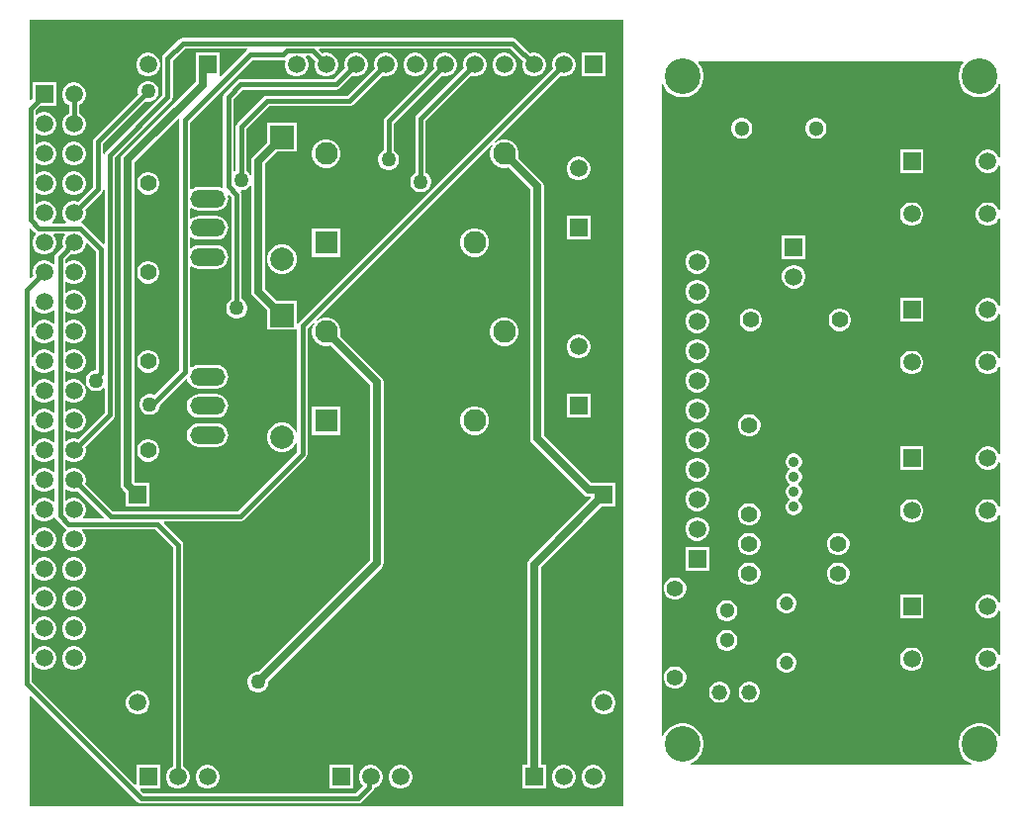
<source format=gtl>
%FSTAX23Y23*%
%MOIN*%
%SFA1B1*%

%IPPOS*%
%ADD37C,0.015000*%
%ADD38C,0.025000*%
%ADD39C,0.052000*%
%ADD40R,0.059370X0.059370*%
%ADD41C,0.059370*%
%ADD42C,0.035000*%
%ADD43C,0.051180*%
%ADD44C,0.059060*%
%ADD45R,0.059060X0.059060*%
%ADD46C,0.055120*%
%ADD47C,0.058980*%
%ADD48R,0.058980X0.058980*%
%ADD49C,0.047240*%
%ADD50C,0.120000*%
%ADD51R,0.078740X0.078740*%
%ADD52C,0.078740*%
%ADD53R,0.076770X0.076770*%
%ADD54C,0.076770*%
%ADD55R,0.059060X0.059060*%
%ADD56O,0.118110X0.059060*%
%ADD57C,0.050000*%
%LNmergepcb-1*%
%LPD*%
G36*
X0205Y00055D02*
X0005D01*
Y00427*
X00054Y00429*
X00413Y0007*
Y0007*
X00419Y00066*
X00426Y00065*
X01157*
X01164Y00066*
X0117Y0007*
X01205Y00105*
X01209Y00111*
X0121Y00116*
X01215Y00118*
X01224Y00123*
X01231Y0013*
X01236Y00139*
X01239Y00149*
Y0016*
X01236Y0017*
X01231Y00179*
X01224Y00186*
X01215Y00191*
X01205Y00194*
X01194*
X01184Y00191*
X01175Y00186*
X01168Y00179*
X01163Y0017*
X0116Y0016*
Y00149*
X01163Y00139*
X01168Y0013*
X01174Y00124*
X0115Y001*
X00433*
X00423Y0011*
X00425Y00115*
X00489*
Y00194*
X0041*
Y0013*
X00405Y00128*
X00057Y00476*
Y0054*
X00062Y0054*
X00063Y00539*
X00068Y0053*
X00075Y00523*
X00084Y00518*
X00094Y00515*
X00105*
X00115Y00518*
X00124Y00523*
X00131Y0053*
X00136Y00539*
X00139Y00549*
Y0056*
X00136Y0057*
X00131Y00579*
X00124Y00586*
X00115Y00591*
X00105Y00594*
X00094*
X00084Y00591*
X00075Y00586*
X00068Y00579*
X00063Y0057*
X00062Y00569*
X00057Y00569*
Y0064*
X00062Y0064*
X00063Y00639*
X00068Y0063*
X00075Y00623*
X00084Y00618*
X00094Y00615*
X00105*
X00115Y00618*
X00124Y00623*
X00131Y0063*
X00136Y00639*
X00139Y00649*
Y0066*
X00136Y0067*
X00131Y00679*
X00124Y00686*
X00115Y00691*
X00105Y00694*
X00094*
X00084Y00691*
X00075Y00686*
X00068Y00679*
X00063Y0067*
X00062Y00669*
X00057Y00669*
Y0074*
X00062Y0074*
X00063Y00739*
X00068Y0073*
X00075Y00723*
X00084Y00718*
X00094Y00715*
X00105*
X00115Y00718*
X00124Y00723*
X00131Y0073*
X00136Y00739*
X00139Y00749*
Y0076*
X00136Y0077*
X00131Y00779*
X00124Y00786*
X00115Y00791*
X00105Y00794*
X00094*
X00084Y00791*
X00075Y00786*
X00068Y00779*
X00063Y0077*
X00062Y00769*
X00057Y00769*
Y0084*
X00062Y0084*
X00063Y00839*
X00068Y0083*
X00075Y00823*
X00084Y00818*
X00094Y00815*
X00105*
X00115Y00818*
X00124Y00823*
X00131Y0083*
X00136Y00839*
X00139Y00849*
Y0086*
X00136Y0087*
X00131Y00879*
X00124Y00886*
X00115Y00891*
X00105Y00894*
X00094*
X00084Y00891*
X00075Y00886*
X00068Y00879*
X00063Y0087*
X00062Y00869*
X00057Y00869*
Y0094*
X00062Y0094*
X00063Y00939*
X00068Y0093*
X00075Y00923*
X00084Y00918*
X00094Y00915*
X00105*
X00115Y00918*
X00124Y00923*
X00131Y0093*
X00136Y00939*
X00139Y00949*
Y0096*
X00136Y0097*
X00131Y00979*
X00124Y00986*
X00115Y00991*
X00105Y00994*
X00094*
X00084Y00991*
X00075Y00986*
X00068Y00979*
X00063Y0097*
X00062Y00969*
X00057Y00969*
Y0104*
X00062Y0104*
X00063Y01039*
X00068Y0103*
X00075Y01023*
X00084Y01018*
X00094Y01015*
X00105*
X00115Y01018*
X00124Y01023*
X0013Y01029*
X00135Y01028*
X00139Y01022*
X00167Y00994*
X00173Y0099*
X00174Y00985*
X00168Y00979*
X00163Y0097*
X0016Y0096*
Y00949*
X00163Y00939*
X00168Y0093*
X00175Y00923*
X00184Y00918*
X00194Y00915*
X00205*
X00215Y00918*
X00224Y00923*
X00231Y0093*
X00236Y00939*
X00239Y00949*
Y0096*
X00236Y0097*
X00231Y00979*
X00226Y00984*
X00228Y00989*
X00472*
X00532Y00929*
Y0019*
X00525Y00186*
X00518Y00179*
X00513Y0017*
X0051Y0016*
Y00149*
X00513Y00139*
X00518Y0013*
X00525Y00123*
X00534Y00118*
X00544Y00115*
X00555*
X00565Y00118*
X00574Y00123*
X00581Y0013*
X00586Y00139*
X00589Y00149*
Y0016*
X00586Y0017*
X00581Y00179*
X00574Y00186*
X00567Y0019*
Y00937*
X00566Y00943*
X00562Y00949*
X00502Y01009*
X00504Y01014*
X00759*
X00765Y01015*
X00771Y01019*
X00981Y01229*
X00985Y01235*
X00986Y01242*
Y01666*
X01006Y01686*
X0101Y01683*
X01004Y01673*
X01001Y0166*
Y01648*
X01004Y01635*
X01011Y01624*
X0102Y01615*
X01031Y01609*
X01043Y01606*
X01056*
X01063Y01608*
X01197Y01475*
Y00884*
X00822Y0051*
X00815*
X00806Y00507*
X00798Y00503*
X00791Y00496*
X00787Y00488*
X00785Y00479*
Y0047*
X00787Y00461*
X00791Y00453*
X00798Y00446*
X00806Y00442*
X00815Y0044*
X00824*
X00833Y00442*
X00841Y00446*
X00848Y00453*
X00852Y00461*
X00855Y0047*
Y00477*
X01236Y00858*
X01241Y00866*
X01242Y00875*
Y01484*
X01241Y01493*
X01236Y015*
X01096Y0164*
X01098Y01648*
Y0166*
X01095Y01673*
X01088Y01684*
X01079Y01693*
X01068Y01699*
X01056Y01702*
X01043*
X01031Y01699*
X01021Y01693*
X01018Y01697*
X01606Y02286*
X0161Y02283*
X01604Y02273*
X01601Y0226*
Y02248*
X01604Y02235*
X01611Y02224*
X0162Y02215*
X01631Y02209*
X01643Y02206*
X01656*
X01663Y02208*
X01737Y02135*
Y01295*
X01738Y01286*
X01743Y01278*
X01916Y01105*
X01924Y011*
X01932Y01099*
X01939*
X01941Y01094*
X01733Y00886*
X01728Y00878*
X01727Y0087*
Y00194*
X0171*
Y00115*
X01789*
Y00194*
X01772*
Y0086*
X01977Y01065*
X02024*
Y01144*
X0197*
X01967Y01144*
X01942*
X01782Y01304*
Y02144*
X01781Y02153*
X01776Y0216*
X01696Y0224*
X01698Y02248*
Y0226*
X01695Y02273*
X01688Y02284*
X01679Y02293*
X01668Y02299*
X01656Y02302*
X01643*
X01631Y02299*
X01621Y02293*
X01618Y02297*
X01837Y02517*
X01844Y02515*
X01855*
X01865Y02518*
X01874Y02523*
X01881Y0253*
X01886Y02539*
X01889Y02549*
Y0256*
X01886Y0257*
X01881Y02579*
X01874Y02586*
X01865Y02591*
X01855Y02594*
X01844*
X01834Y02591*
X01825Y02586*
X01818Y02579*
X01813Y0257*
X0181Y0256*
Y02549*
X01812Y02542*
X00956Y01686*
X00954Y01683*
X00949Y01685*
Y0176*
X00883*
X00842Y018*
Y02221*
X00883Y02261*
X00949*
Y0236*
X0085*
Y02293*
X00803Y02247*
X00798Y02239*
X00797Y0223*
Y02185*
X00792Y02183*
X0079Y02187*
X00783Y02194*
X00779Y02196*
Y02336*
X00858Y02415*
X01128*
X01134Y02416*
X0114Y0242*
X01237Y02517*
X01244Y02515*
X01255*
X01265Y02518*
X01274Y02523*
X01281Y0253*
X01286Y02539*
X01289Y02549*
Y0256*
X01286Y0257*
X01281Y02579*
X01274Y02586*
X01265Y02591*
X01255Y02594*
X01244*
X01234Y02591*
X01225Y02586*
X01218Y02579*
X01213Y0257*
X0121Y0256*
Y02549*
X01212Y02542*
X0112Y0245*
X00851*
X00844Y02449*
X00838Y02445*
X00749Y02356*
X00745Y0235*
X00744Y02344*
Y02198*
X00741Y02197*
X00736Y022*
Y02439*
X00767Y0247*
X01083*
X01089Y02471*
X01095Y02475*
X01137Y02517*
X01144Y02515*
X01155*
X01165Y02518*
X01174Y02523*
X01181Y0253*
X01186Y02539*
X01189Y02549*
Y0256*
X01186Y0257*
X01181Y02579*
X01174Y02586*
X01165Y02591*
X01155Y02594*
X01144*
X01134Y02591*
X01125Y02586*
X01118Y02579*
X01113Y0257*
X0111Y0256*
Y02549*
X01112Y02542*
X01075Y02505*
X0076*
X00753Y02504*
X00747Y025*
X00706Y02459*
X00702Y02453*
X00701Y02447*
Y02144*
X00701Y02142*
X00697Y02138*
X00689Y02141*
X00679Y02143*
X0062*
X0061Y02141*
X006Y02137*
X00595Y02134*
X0059Y02136*
Y0236*
X008Y0257*
X00903*
X00908Y02571*
X00911Y02568*
X00912Y02567*
X0091Y0256*
Y02549*
X00913Y02539*
X00918Y0253*
X00925Y02523*
X00934Y02518*
X00944Y02515*
X00955*
X00965Y02518*
X00974Y02523*
X00981Y0253*
X00986Y02539*
X00989Y02549*
Y0256*
X00986Y0257*
X00981Y02579*
X00981Y02579*
X00983Y02584*
X00995*
X01012Y02567*
X0101Y0256*
Y02549*
X01013Y02539*
X01018Y0253*
X01025Y02523*
X01034Y02518*
X01044Y02515*
X01055*
X01065Y02518*
X01074Y02523*
X01081Y0253*
X01086Y02539*
X01089Y02549*
Y0256*
X01086Y0257*
X01081Y02579*
X01074Y02586*
X01065Y02591*
X01055Y02594*
X01044*
X01037Y02592*
X01025Y02604*
X01027Y02609*
X0167*
X01712Y02567*
X0171Y0256*
Y02549*
X01713Y02539*
X01718Y0253*
X01725Y02523*
X01734Y02518*
X01744Y02515*
X01755*
X01765Y02518*
X01774Y02523*
X01781Y0253*
X01786Y02539*
X01789Y02549*
Y0256*
X01786Y0257*
X01781Y02579*
X01774Y02586*
X01765Y02591*
X01755Y02594*
X01744*
X01737Y02592*
X0169Y02639*
X01684Y02643*
X01677Y02644*
X00566*
X00559Y02643*
X00553Y02639*
X00501Y02588*
X00498Y02582*
X00496Y02575*
Y02452*
X00307Y02262*
X00303Y02257*
X00302Y02253*
X00297Y02254*
Y02287*
X00441Y02431*
X00445Y0243*
X00454*
X00463Y02432*
X00471Y02436*
X00478Y02443*
X00482Y02451*
X00485Y0246*
Y02469*
X00482Y02478*
X00478Y02486*
X00471Y02493*
X00463Y02497*
X00454Y025*
X00445*
X00436Y02497*
X00428Y02493*
X00421Y02486*
X00417Y02478*
X00415Y02469*
Y0246*
X00416Y02456*
X00267Y02307*
X00263Y02301*
X00262Y02295*
Y02142*
X00212Y02092*
X00205Y02094*
X00194*
X00184Y02091*
X00175Y02086*
X00168Y02079*
X00163Y0207*
X0016Y0206*
Y02049*
X00163Y02039*
X00168Y0203*
X00173Y02025*
X00171Y0202*
X00128*
X00126Y02025*
X00131Y0203*
X00136Y02039*
X00139Y02049*
Y0206*
X00136Y0207*
X00131Y02079*
X00124Y02086*
X00115Y02091*
X00105Y02094*
X00094*
X00084Y02091*
X00075Y02086*
X00074Y02085*
X00069Y02087*
Y02122*
X00074Y02124*
X00075Y02123*
X00084Y02118*
X00094Y02115*
X00105*
X00115Y02118*
X00124Y02123*
X00131Y0213*
X00136Y02139*
X00139Y02149*
Y0216*
X00136Y0217*
X00131Y02179*
X00124Y02186*
X00115Y02191*
X00105Y02194*
X00094*
X00084Y02191*
X00075Y02186*
X00074Y02185*
X00069Y02187*
Y02222*
X00074Y02224*
X00075Y02223*
X00084Y02218*
X00094Y02215*
X00105*
X00115Y02218*
X00124Y02223*
X00131Y0223*
X00136Y02239*
X00139Y02249*
Y0226*
X00136Y0227*
X00131Y02279*
X00124Y02286*
X00115Y02291*
X00105Y02294*
X00094*
X00084Y02291*
X00075Y02286*
X00074Y02285*
X00069Y02287*
Y02322*
X00074Y02324*
X00075Y02323*
X00084Y02318*
X00094Y02315*
X00105*
X00115Y02318*
X00124Y02323*
X00131Y0233*
X00136Y02339*
X00139Y02349*
Y0236*
X00136Y0237*
X00131Y02379*
X00124Y02386*
X00115Y02391*
X00105Y02394*
X00094*
X00084Y02391*
X00075Y02386*
X00074Y02385*
X00069Y02387*
Y02399*
X00085Y02415*
X00139*
Y02494*
X0006*
Y0244*
X00054Y02434*
X0005Y02436*
Y02705*
X0205*
Y00055*
G37*
G36*
X00783Y02608D02*
X00781Y02601D01*
X0078Y026*
X00694Y02514*
X00689Y02516*
Y02594*
X0061*
Y0254*
X0061Y02537*
Y02497*
X00363Y02251*
X00358Y02243*
X00357Y02235*
Y0114*
X00358Y01131*
X00363Y01123*
X00375Y01112*
Y01065*
X00454*
Y01144*
X00407*
X00402Y01149*
Y02225*
X00551Y02373*
X00555Y02371*
X00555Y02368*
Y01525*
X0047Y01441*
X00468Y01442*
X00459Y01444*
X0045*
X00441Y01442*
X00433Y01437*
X00426Y01431*
X00422Y01423*
X0042Y01414*
Y01405*
X00422Y01396*
X00426Y01388*
X00433Y01381*
X00441Y01376*
X0045Y01374*
X00459*
X00468Y01376*
X00476Y01381*
X00483Y01388*
X00487Y01396*
X0049Y01405*
Y0141*
X00576Y01497*
X00581Y01495*
X00581Y01493*
X00585Y01483*
X00592Y01475*
X006Y01468*
X0061Y01464*
X0062Y01463*
X00679*
X00689Y01464*
X00699Y01468*
X00707Y01475*
X00714Y01483*
X00718Y01493*
X00719Y01503*
X00718Y01513*
X00714Y01523*
X00707Y01531*
X00699Y01537*
X00689Y01541*
X00679Y01543*
X0062*
X0061Y01541*
X006Y01537*
X00595Y01534*
X0059Y01536*
Y01873*
X00595Y01875*
X006Y01872*
X0061Y01868*
X0062Y01866*
X00679*
X00689Y01868*
X00699Y01872*
X00707Y01878*
X00714Y01886*
X00718Y01896*
X00719Y01906*
X00718Y01916*
X00714Y01926*
X00707Y01934*
X00699Y01941*
X00689Y01945*
X00679Y01946*
X0062*
X0061Y01945*
X006Y01941*
X00595Y01937*
X0059Y01939*
Y01971*
X00595Y01974*
X006Y0197*
X0061Y01966*
X0062Y01965*
X00679*
X00689Y01966*
X00699Y0197*
X00707Y01976*
X00714Y01985*
X00718Y01994*
X00719Y02005*
X00718Y02015*
X00714Y02024*
X00707Y02033*
X00699Y02039*
X00689Y02043*
X00679Y02044*
X0062*
X0061Y02043*
X006Y02039*
X00595Y02035*
X0059Y02038*
Y0207*
X00595Y02072*
X006Y02068*
X0061Y02064*
X0062Y02063*
X00679*
X00689Y02064*
X00699Y02068*
X00707Y02075*
X00714Y02083*
X00718Y02093*
X00719Y02103*
X00718Y02112*
X00721Y02114*
X00722Y02115*
X0073Y02107*
Y01764*
X00726Y01762*
X00719Y01755*
X00715Y01747*
X00713Y01738*
Y01729*
X00715Y0172*
X00719Y01712*
X00726Y01705*
X00734Y01701*
X00743Y01699*
X00752*
X00761Y01701*
X00769Y01705*
X00776Y01712*
X0078Y0172*
X00783Y01729*
Y01738*
X0078Y01747*
X00776Y01755*
X00769Y01762*
X00765Y01764*
Y02115*
X00764Y02121*
X00761Y02126*
X00763Y0213*
X00764Y02131*
X00766*
X00775Y02133*
X00783Y02137*
X0079Y02144*
X00792Y02148*
X00797Y02146*
Y0179*
X00798Y01782*
X00803Y01774*
X0085Y01727*
Y01661*
X00946*
X00949*
X00951Y01657*
Y01318*
X00946Y01317*
X00946Y01318*
X00939Y01329*
X0093Y01338*
X00919Y01345*
X00906Y01348*
X00893*
X0088Y01345*
X00869Y01338*
X0086Y01329*
X00853Y01318*
X0085Y01305*
Y01292*
X00853Y0128*
X0086Y01268*
X00869Y01259*
X0088Y01253*
X00893Y01249*
X00906*
X00919Y01253*
X0093Y01259*
X00939Y01268*
X00946Y0128*
X00946Y0128*
X00951Y01279*
Y01249*
X00751Y01049*
X0033*
X00237Y01142*
X00239Y01149*
Y0116*
X00236Y0117*
X00231Y01179*
X00224Y01186*
X00215Y01191*
X00205Y01194*
X00194*
X00184Y01191*
X00175Y01186*
X00174Y01185*
X00169Y01187*
Y01222*
X00174Y01224*
X00175Y01223*
X00184Y01218*
X00194Y01215*
X00205*
X00215Y01218*
X00224Y01223*
X00231Y0123*
X00236Y01239*
X00239Y01249*
Y0126*
X00237Y01267*
X00332Y01362*
X00336Y01368*
X00337Y01375*
Y02242*
X00527Y02432*
X0053Y02437*
X00532Y02444*
Y02568*
X00573Y02609*
X00782*
X00783Y02608*
G37*
G36*
X03196Y0256D02*
X03195Y02559D01*
X03187Y02548*
X03182Y02535*
X0318Y02521*
Y02508*
X03182Y02494*
X03187Y02481*
X03195Y0247*
X03205Y0246*
X03216Y02452*
X03229Y02447*
X03243Y02445*
X03256*
X0327Y02447*
X03283Y02452*
X03294Y0246*
X03304Y0247*
X03312Y02481*
X03315Y02489*
X0332Y02488*
Y02243*
X03315Y02242*
X03314Y02243*
X03309Y02252*
X03302Y0226*
X03293Y02265*
X03283Y02268*
X03272*
X03262Y02265*
X03253Y0226*
X03246Y02252*
X03241Y02243*
X03238Y02233*
Y02223*
X03241Y02213*
X03246Y02204*
X03253Y02196*
X03262Y02191*
X03272Y02189*
X03283*
X03293Y02191*
X03302Y02196*
X03309Y02204*
X03314Y02213*
X03315Y02214*
X0332Y02213*
Y02066*
X03315Y02065*
X03314Y02066*
X03309Y02075*
X03302Y02083*
X03293Y02088*
X03283Y0209*
X03272*
X03262Y02088*
X03253Y02083*
X03246Y02075*
X03241Y02066*
X03238Y02056*
Y02046*
X03241Y02036*
X03246Y02027*
X03253Y02019*
X03262Y02014*
X03272Y02011*
X03283*
X03293Y02014*
X03302Y02019*
X03309Y02027*
X03314Y02036*
X03315Y02037*
X0332Y02036*
Y01743*
X03315Y01742*
X03314Y01743*
X03309Y01752*
X03302Y0176*
X03293Y01765*
X03283Y01768*
X03272*
X03262Y01765*
X03253Y0176*
X03246Y01752*
X03241Y01743*
X03238Y01733*
Y01723*
X03241Y01713*
X03246Y01704*
X03253Y01696*
X03262Y01691*
X03272Y01689*
X03283*
X03293Y01691*
X03302Y01696*
X03309Y01704*
X03314Y01713*
X03315Y01714*
X0332Y01713*
Y01566*
X03315Y01565*
X03314Y01566*
X03309Y01575*
X03302Y01583*
X03293Y01588*
X03283Y0159*
X03272*
X03262Y01588*
X03253Y01583*
X03246Y01575*
X03241Y01566*
X03238Y01556*
Y01546*
X03241Y01536*
X03246Y01527*
X03253Y01519*
X03262Y01514*
X03272Y01511*
X03283*
X03293Y01514*
X03302Y01519*
X03309Y01527*
X03314Y01536*
X03315Y01537*
X0332Y01536*
Y01243*
X03315Y01242*
X03314Y01243*
X03309Y01252*
X03302Y0126*
X03293Y01265*
X03283Y01268*
X03272*
X03262Y01265*
X03253Y0126*
X03246Y01252*
X03241Y01243*
X03238Y01233*
Y01223*
X03241Y01213*
X03246Y01204*
X03253Y01196*
X03262Y01191*
X03272Y01189*
X03283*
X03293Y01191*
X03302Y01196*
X03309Y01204*
X03314Y01213*
X03315Y01214*
X0332Y01213*
Y01066*
X03315Y01065*
X03314Y01066*
X03309Y01075*
X03302Y01083*
X03293Y01088*
X03283Y0109*
X03272*
X03262Y01088*
X03253Y01083*
X03246Y01075*
X03241Y01066*
X03238Y01056*
Y01046*
X03241Y01036*
X03246Y01027*
X03253Y01019*
X03262Y01014*
X03272Y01011*
X03283*
X03293Y01014*
X03302Y01019*
X03309Y01027*
X03314Y01036*
X03315Y01037*
X0332Y01036*
Y00743*
X03315Y00742*
X03314Y00743*
X03309Y00752*
X03302Y0076*
X03293Y00765*
X03283Y00768*
X03272*
X03262Y00765*
X03253Y0076*
X03246Y00752*
X03241Y00743*
X03238Y00733*
Y00723*
X03241Y00713*
X03246Y00704*
X03253Y00696*
X03262Y00691*
X03272Y00689*
X03283*
X03293Y00691*
X03302Y00696*
X03309Y00704*
X03314Y00713*
X03315Y00714*
X0332Y00713*
Y00566*
X03315Y00565*
X03314Y00566*
X03309Y00575*
X03302Y00583*
X03293Y00588*
X03283Y0059*
X03272*
X03262Y00588*
X03253Y00583*
X03246Y00575*
X03241Y00566*
X03238Y00556*
Y00546*
X03241Y00536*
X03246Y00527*
X03253Y00519*
X03262Y00514*
X03272Y00511*
X03283*
X03293Y00514*
X03302Y00519*
X03309Y00527*
X03314Y00536*
X03315Y00537*
X0332Y00536*
Y00291*
X03315Y00291*
X03312Y00298*
X03304Y00309*
X03294Y00319*
X03283Y00327*
X0327Y00332*
X03256Y00335*
X03243*
X03229Y00332*
X03216Y00327*
X03205Y00319*
X03195Y00309*
X03187Y00298*
X03182Y00285*
X0318Y00271*
Y00258*
X03182Y00244*
X03187Y00231*
X03195Y0022*
X03205Y0021*
X03216Y00202*
X03224Y002*
X03223Y00195*
X02276*
X02276Y002*
X02283Y00202*
X02294Y0021*
X02304Y0022*
X02312Y00231*
X02317Y00244*
X0232Y00258*
Y00271*
X02317Y00285*
X02312Y00298*
X02304Y00309*
X02294Y00319*
X02283Y00327*
X0227Y00332*
X02256Y00335*
X02243*
X02229Y00332*
X02216Y00327*
X02205Y00319*
X02195Y00309*
X02187Y00298*
X02185Y00291*
X0218Y00291*
Y02488*
X02185Y02489*
X02187Y02481*
X02195Y0247*
X02205Y0246*
X02216Y02452*
X02229Y02447*
X02243Y02445*
X02256*
X0227Y02447*
X02283Y02452*
X02294Y0246*
X02304Y0247*
X02312Y02481*
X02317Y02494*
X0232Y02508*
Y02521*
X02317Y02535*
X02312Y02548*
X02304Y02559*
X02303Y0256*
X02305Y02565*
X03194*
X03196Y0256*
G37*
G36*
X00302Y02131D02*
Y01952D01*
X00297Y0195*
X00232Y02015*
X00226Y02019*
X00225Y02024*
X00231Y0203*
X00236Y02039*
X00239Y02049*
Y0206*
X00237Y02067*
X00292Y02122*
X00296Y02128*
X00297Y02131*
X00302Y02131*
G37*
G36*
X00272Y01925D02*
Y01525D01*
X00269*
X0026Y01522*
X00252Y01518*
X00246Y01511*
X00241Y01503*
X00239Y01494*
Y01485*
X00241Y01476*
X00246Y01468*
X00252Y01462*
X0026Y01457*
X00269Y01455*
X00278*
X00287Y01457*
X00295Y01462*
X00297Y01464*
X00302Y01462*
Y01382*
X00212Y01292*
X00205Y01294*
X00194*
X00184Y01291*
X00175Y01286*
X00174Y01285*
X00169Y01287*
Y01322*
X00174Y01324*
X00175Y01323*
X00184Y01318*
X00194Y01315*
X00205*
X00215Y01318*
X00224Y01323*
X00231Y0133*
X00236Y01339*
X00239Y01349*
Y0136*
X00236Y0137*
X00231Y01379*
X00224Y01386*
X00215Y01391*
X00205Y01394*
X00194*
X00184Y01391*
X00175Y01386*
X00174Y01385*
X00169Y01387*
Y01422*
X00174Y01424*
X00175Y01423*
X00184Y01418*
X00194Y01415*
X00205*
X00215Y01418*
X00224Y01423*
X00231Y0143*
X00236Y01439*
X00239Y01449*
Y0146*
X00236Y0147*
X00231Y01479*
X00224Y01486*
X00215Y01491*
X00205Y01494*
X00194*
X00184Y01491*
X00175Y01486*
X00174Y01485*
X00169Y01487*
Y01522*
X00174Y01524*
X00175Y01523*
X00184Y01518*
X00194Y01515*
X00205*
X00215Y01518*
X00224Y01523*
X00231Y0153*
X00236Y01539*
X00239Y01549*
Y0156*
X00236Y0157*
X00231Y01579*
X00224Y01586*
X00215Y01591*
X00205Y01594*
X00194*
X00184Y01591*
X00175Y01586*
X00174Y01585*
X00169Y01587*
Y01622*
X00174Y01624*
X00175Y01623*
X00184Y01618*
X00194Y01615*
X00205*
X00215Y01618*
X00224Y01623*
X00231Y0163*
X00236Y01639*
X00239Y01649*
Y0166*
X00236Y0167*
X00231Y01679*
X00224Y01686*
X00215Y01691*
X00205Y01694*
X00194*
X00184Y01691*
X00175Y01686*
X00174Y01685*
X00169Y01687*
Y01722*
X00174Y01724*
X00175Y01723*
X00184Y01718*
X00194Y01715*
X00205*
X00215Y01718*
X00224Y01723*
X00231Y0173*
X00236Y01739*
X00239Y01749*
Y0176*
X00236Y0177*
X00231Y01779*
X00224Y01786*
X00215Y01791*
X00205Y01794*
X00194*
X00184Y01791*
X00175Y01786*
X00174Y01785*
X00169Y01787*
Y01822*
X00174Y01824*
X00175Y01823*
X00184Y01818*
X00194Y01815*
X00205*
X00215Y01818*
X00224Y01823*
X00231Y0183*
X00236Y01839*
X00239Y01849*
Y0186*
X00236Y0187*
X00231Y01879*
X00224Y01886*
X00215Y01891*
X00205Y01894*
X00194*
X00184Y01891*
X00175Y01886*
X00174Y01885*
X00169Y01887*
Y01899*
X00187Y01917*
X00194Y01915*
X00205*
X00215Y01918*
X00224Y01923*
X00231Y0193*
X00236Y01939*
X00239Y01949*
Y01951*
X00244Y01953*
X00272Y01925*
G37*
G36*
X00067Y0199D02*
X0007Y01988D01*
X00071Y01982*
X00068Y01979*
X00063Y0197*
X0006Y0196*
Y01949*
X00063Y01939*
X00068Y0193*
X00075Y01923*
X00084Y01918*
X00094Y01915*
X00105*
X00115Y01918*
X00124Y01923*
X00131Y0193*
X00136Y01939*
X00139Y01949*
Y0196*
X00136Y0197*
X00131Y01979*
X0013Y0198*
X00132Y01985*
X00167*
X00169Y0198*
X00168Y01979*
X00163Y0197*
X0016Y0196*
Y01949*
X00162Y01942*
X00139Y01919*
X00135Y01913*
X00134Y01907*
Y01883*
X00129Y01881*
X00124Y01886*
X00115Y01891*
X00105Y01894*
X00094*
X00084Y01891*
X00075Y01886*
X00068Y01879*
X00063Y0187*
X0006Y0186*
Y01849*
X00062Y01842*
X00054Y01834*
X0005Y01836*
Y02001*
X00054Y02003*
X00067Y0199*
G37*
G36*
X00063Y01739D02*
X00068Y0173D01*
X00075Y01723*
X00084Y01718*
X00094Y01715*
X00105*
X00115Y01718*
X00124Y01723*
X00129Y01728*
X00134Y01726*
Y01683*
X00129Y01681*
X00124Y01686*
X00115Y01691*
X00105Y01694*
X00094*
X00084Y01691*
X00075Y01686*
X00068Y01679*
X00063Y0167*
X00062Y01669*
X00057Y01669*
Y0174*
X00062Y0174*
X00063Y01739*
G37*
G36*
Y01639D02*
X00068Y0163D01*
X00075Y01623*
X00084Y01618*
X00094Y01615*
X00105*
X00115Y01618*
X00124Y01623*
X00129Y01628*
X00134Y01626*
Y01583*
X00129Y01581*
X00124Y01586*
X00115Y01591*
X00105Y01594*
X00094*
X00084Y01591*
X00075Y01586*
X00068Y01579*
X00063Y0157*
X00062Y01569*
X00057Y01569*
Y0164*
X00062Y0164*
X00063Y01639*
G37*
G36*
Y01539D02*
X00068Y0153D01*
X00075Y01523*
X00084Y01518*
X00094Y01515*
X00105*
X00115Y01518*
X00124Y01523*
X00129Y01528*
X00134Y01526*
Y01483*
X00129Y01481*
X00124Y01486*
X00115Y01491*
X00105Y01494*
X00094*
X00084Y01491*
X00075Y01486*
X00068Y01479*
X00063Y0147*
X00062Y01469*
X00057Y01469*
Y0154*
X00062Y0154*
X00063Y01539*
G37*
G36*
Y01439D02*
X00068Y0143D01*
X00075Y01423*
X00084Y01418*
X00094Y01415*
X00105*
X00115Y01418*
X00124Y01423*
X00129Y01428*
X00134Y01426*
Y01383*
X00129Y01381*
X00124Y01386*
X00115Y01391*
X00105Y01394*
X00094*
X00084Y01391*
X00075Y01386*
X00068Y01379*
X00063Y0137*
X00062Y01369*
X00057Y01369*
Y0144*
X00062Y0144*
X00063Y01439*
G37*
G36*
Y01339D02*
X00068Y0133D01*
X00075Y01323*
X00084Y01318*
X00094Y01315*
X00105*
X00115Y01318*
X00124Y01323*
X00129Y01328*
X00134Y01326*
Y01283*
X00129Y01281*
X00124Y01286*
X00115Y01291*
X00105Y01294*
X00094*
X00084Y01291*
X00075Y01286*
X00068Y01279*
X00063Y0127*
X00062Y01269*
X00057Y01269*
Y0134*
X00062Y0134*
X00063Y01339*
G37*
G36*
Y01239D02*
X00068Y0123D01*
X00075Y01223*
X00084Y01218*
X00094Y01215*
X00105*
X00115Y01218*
X00124Y01223*
X00129Y01228*
X00134Y01226*
Y01183*
X00129Y01181*
X00124Y01186*
X00115Y01191*
X00105Y01194*
X00094*
X00084Y01191*
X00075Y01186*
X00068Y01179*
X00063Y0117*
X00062Y01169*
X00057Y01169*
Y0124*
X00062Y0124*
X00063Y01239*
G37*
G36*
Y01139D02*
X00068Y0113D01*
X00075Y01123*
X00084Y01118*
X00094Y01115*
X00105*
X00115Y01118*
X00124Y01123*
X00129Y01128*
X00134Y01126*
Y01083*
X00129Y01081*
X00124Y01086*
X00115Y01091*
X00105Y01094*
X00094*
X00084Y01091*
X00075Y01086*
X00068Y01079*
X00063Y0107*
X00062Y01069*
X00057Y01069*
Y0114*
X00062Y0114*
X00063Y01139*
G37*
G36*
X00175Y01123D02*
X00184Y01118D01*
X00194Y01115*
X00205*
X00212Y01117*
X003Y01029*
X00298Y01024*
X00232*
X0023Y01029*
X00231Y0103*
X00236Y01039*
X00239Y01049*
Y0106*
X00236Y0107*
X00231Y01079*
X00224Y01086*
X00215Y01091*
X00205Y01094*
X00194*
X00184Y01091*
X00175Y01086*
X00174Y01085*
X00169Y01087*
Y01122*
X00174Y01124*
X00175Y01123*
G37*
%LNmergepcb-2*%
%LPC*%
G36*
X01989Y02594D02*
X0191D01*
Y02515*
X01989*
Y02594*
G37*
G36*
X01655D02*
X01644D01*
X01634Y02591*
X01625Y02586*
X01618Y02579*
X01613Y0257*
X0161Y0256*
Y02549*
X01613Y02539*
X01618Y0253*
X01625Y02523*
X01634Y02518*
X01644Y02515*
X01655*
X01665Y02518*
X01674Y02523*
X01681Y0253*
X01686Y02539*
X01689Y02549*
Y0256*
X01686Y0257*
X01681Y02579*
X01674Y02586*
X01665Y02591*
X01655Y02594*
G37*
G36*
X01555D02*
X01544D01*
X01534Y02591*
X01525Y02586*
X01518Y02579*
X01513Y0257*
X0151Y0256*
Y02549*
X01512Y02542*
X01355Y02385*
X01351Y02379*
X0135Y02373*
Y0219*
X01346Y02188*
X01339Y02181*
X01335Y02173*
X01333Y02164*
Y02155*
X01335Y02146*
X01339Y02138*
X01346Y02131*
X01354Y02127*
X01363Y02125*
X01372*
X01381Y02127*
X01389Y02131*
X01396Y02138*
X014Y02146*
X01403Y02155*
Y02164*
X014Y02173*
X01396Y02181*
X01389Y02188*
X01385Y0219*
Y02365*
X01537Y02517*
X01544Y02515*
X01555*
X01565Y02518*
X01574Y02523*
X01581Y0253*
X01586Y02539*
X01589Y02549*
Y0256*
X01586Y0257*
X01581Y02579*
X01574Y02586*
X01565Y02591*
X01555Y02594*
G37*
G36*
X01455D02*
X01444D01*
X01434Y02591*
X01425Y02586*
X01418Y02579*
X01413Y0257*
X0141Y0256*
Y02549*
X01412Y02542*
X01247Y02377*
X01243Y02371*
X01242Y02365*
Y02265*
X01238Y02263*
X01231Y02256*
X01227Y02248*
X01225Y02239*
Y0223*
X01227Y02221*
X01231Y02213*
X01238Y02206*
X01246Y02202*
X01255Y022*
X01264*
X01273Y02202*
X01281Y02206*
X01288Y02213*
X01292Y02221*
X01295Y0223*
Y02239*
X01292Y02248*
X01288Y02256*
X01281Y02263*
X01277Y02265*
Y02357*
X01437Y02517*
X01444Y02515*
X01455*
X01465Y02518*
X01474Y02523*
X01481Y0253*
X01486Y02539*
X01489Y02549*
Y0256*
X01486Y0257*
X01481Y02579*
X01474Y02586*
X01465Y02591*
X01455Y02594*
G37*
G36*
X01355D02*
X01344D01*
X01334Y02591*
X01325Y02586*
X01318Y02579*
X01313Y0257*
X0131Y0256*
Y02549*
X01313Y02539*
X01318Y0253*
X01325Y02523*
X01334Y02518*
X01344Y02515*
X01355*
X01365Y02518*
X01374Y02523*
X01381Y0253*
X01386Y02539*
X01389Y02549*
Y0256*
X01386Y0257*
X01381Y02579*
X01374Y02586*
X01365Y02591*
X01355Y02594*
G37*
G36*
X00455D02*
X00444D01*
X00434Y02591*
X00425Y02586*
X00418Y02579*
X00413Y0257*
X0041Y0256*
Y02549*
X00413Y02539*
X00418Y0253*
X00425Y02523*
X00434Y02518*
X00444Y02515*
X00455*
X00465Y02518*
X00474Y02523*
X00481Y0253*
X00486Y02539*
X00489Y02549*
Y0256*
X00486Y0257*
X00481Y02579*
X00474Y02586*
X00465Y02591*
X00455Y02594*
G37*
G36*
X00205Y02494D02*
X00194D01*
X00184Y02491*
X00175Y02486*
X00168Y02479*
X00163Y0247*
X0016Y0246*
Y02449*
X00163Y02439*
X00168Y0243*
X00175Y02423*
X00182Y02419*
Y0239*
X00175Y02386*
X00168Y02379*
X00163Y0237*
X0016Y0236*
Y02349*
X00163Y02339*
X00168Y0233*
X00175Y02323*
X00184Y02318*
X00194Y02315*
X00205*
X00215Y02318*
X00224Y02323*
X00231Y0233*
X00236Y02339*
X00239Y02349*
Y0236*
X00236Y0237*
X00231Y02379*
X00224Y02386*
X00217Y0239*
Y02419*
X00224Y02423*
X00231Y0243*
X00236Y02439*
X00239Y02449*
Y0246*
X00236Y0247*
X00231Y02479*
X00224Y02486*
X00215Y02491*
X00205Y02494*
G37*
G36*
Y02294D02*
X00194D01*
X00184Y02291*
X00175Y02286*
X00168Y02279*
X00163Y0227*
X0016Y0226*
Y02249*
X00163Y02239*
X00168Y0223*
X00175Y02223*
X00184Y02218*
X00194Y02215*
X00205*
X00215Y02218*
X00224Y02223*
X00231Y0223*
X00236Y02239*
X00239Y02249*
Y0226*
X00236Y0227*
X00231Y02279*
X00224Y02286*
X00215Y02291*
X00205Y02294*
G37*
G36*
X01056Y02302D02*
X01043D01*
X01031Y02299*
X0102Y02293*
X01011Y02284*
X01004Y02273*
X01001Y0226*
Y02248*
X01004Y02235*
X01011Y02224*
X0102Y02215*
X01031Y02209*
X01043Y02206*
X01056*
X01068Y02209*
X01079Y02215*
X01088Y02224*
X01095Y02235*
X01098Y02248*
Y0226*
X01095Y02273*
X01088Y02284*
X01079Y02293*
X01068Y02299*
X01056Y02302*
G37*
G36*
X01905Y02244D02*
X01894D01*
X01884Y02241*
X01875Y02236*
X01868Y02229*
X01863Y0222*
X0186Y0221*
Y02199*
X01863Y02189*
X01868Y0218*
X01875Y02173*
X01884Y02168*
X01894Y02165*
X01905*
X01915Y02168*
X01924Y02173*
X01931Y0218*
X01936Y02189*
X01939Y02199*
Y0221*
X01936Y0222*
X01931Y02229*
X01924Y02236*
X01915Y02241*
X01905Y02244*
G37*
G36*
X00205Y02194D02*
X00194D01*
X00184Y02191*
X00175Y02186*
X00168Y02179*
X00163Y0217*
X0016Y0216*
Y02149*
X00163Y02139*
X00168Y0213*
X00175Y02123*
X00184Y02118*
X00194Y02115*
X00205*
X00215Y02118*
X00224Y02123*
X00231Y0213*
X00236Y02139*
X00239Y02149*
Y0216*
X00236Y0217*
X00231Y02179*
X00224Y02186*
X00215Y02191*
X00205Y02194*
G37*
G36*
X01939Y02044D02*
X0186D01*
Y01965*
X01939*
Y02044*
G37*
G36*
X01556Y02003D02*
X01543D01*
X01531Y02*
X0152Y01994*
X01511Y01985*
X01504Y01974*
X01501Y01961*
Y01949*
X01504Y01936*
X01511Y01925*
X0152Y01916*
X01531Y0191*
X01543Y01907*
X01556*
X01568Y0191*
X01579Y01916*
X01588Y01925*
X01595Y01936*
X01598Y01949*
Y01961*
X01595Y01974*
X01588Y01985*
X01579Y01994*
X01568Y02*
X01556Y02003*
G37*
G36*
X01098D02*
X01001D01*
Y01907*
X01098*
Y02003*
G37*
G36*
X00906Y01948D02*
X00893D01*
X0088Y01945*
X00869Y01938*
X0086Y01929*
X00853Y01918*
X0085Y01905*
Y01892*
X00853Y0188*
X0086Y01868*
X00869Y01859*
X0088Y01853*
X00893Y01849*
X00906*
X00919Y01853*
X0093Y01859*
X00939Y01868*
X00946Y0188*
X00949Y01892*
Y01905*
X00946Y01918*
X00939Y01929*
X0093Y01938*
X00919Y01945*
X00906Y01948*
G37*
G36*
X01656Y01702D02*
X01643D01*
X01631Y01699*
X0162Y01693*
X01611Y01684*
X01604Y01673*
X01601Y0166*
Y01648*
X01604Y01635*
X01611Y01624*
X0162Y01615*
X01631Y01609*
X01643Y01606*
X01656*
X01668Y01609*
X01679Y01615*
X01688Y01624*
X01695Y01635*
X01698Y01648*
Y0166*
X01695Y01673*
X01688Y01684*
X01679Y01693*
X01668Y01699*
X01656Y01702*
G37*
G36*
X01905Y01644D02*
X01894D01*
X01884Y01641*
X01875Y01636*
X01868Y01629*
X01863Y0162*
X0186Y0161*
Y01599*
X01863Y01589*
X01868Y0158*
X01875Y01573*
X01884Y01568*
X01894Y01565*
X01905*
X01915Y01568*
X01924Y01573*
X01931Y0158*
X01936Y01589*
X01939Y01599*
Y0161*
X01936Y0162*
X01931Y01629*
X01924Y01636*
X01915Y01641*
X01905Y01644*
G37*
G36*
X01939Y01444D02*
X0186D01*
Y01365*
X01939*
Y01444*
G37*
G36*
X01556Y01403D02*
X01543D01*
X01531Y014*
X0152Y01394*
X01511Y01385*
X01504Y01374*
X01501Y01361*
Y01349*
X01504Y01336*
X01511Y01325*
X0152Y01316*
X01531Y0131*
X01543Y01307*
X01556*
X01568Y0131*
X01579Y01316*
X01588Y01325*
X01595Y01336*
X01598Y01349*
Y01361*
X01595Y01374*
X01588Y01385*
X01579Y01394*
X01568Y014*
X01556Y01403*
G37*
G36*
X01098D02*
X01001D01*
Y01307*
X01098*
Y01403*
G37*
G36*
X00205Y00894D02*
X00194D01*
X00184Y00891*
X00175Y00886*
X00168Y00879*
X00163Y0087*
X0016Y0086*
Y00849*
X00163Y00839*
X00168Y0083*
X00175Y00823*
X00184Y00818*
X00194Y00815*
X00205*
X00215Y00818*
X00224Y00823*
X00231Y0083*
X00236Y00839*
X00239Y00849*
Y0086*
X00236Y0087*
X00231Y00879*
X00224Y00886*
X00215Y00891*
X00205Y00894*
G37*
G36*
Y00794D02*
X00194D01*
X00184Y00791*
X00175Y00786*
X00168Y00779*
X00163Y0077*
X0016Y0076*
Y00749*
X00163Y00739*
X00168Y0073*
X00175Y00723*
X00184Y00718*
X00194Y00715*
X00205*
X00215Y00718*
X00224Y00723*
X00231Y0073*
X00236Y00739*
X00239Y00749*
Y0076*
X00236Y0077*
X00231Y00779*
X00224Y00786*
X00215Y00791*
X00205Y00794*
G37*
G36*
Y00694D02*
X00194D01*
X00184Y00691*
X00175Y00686*
X00168Y00679*
X00163Y0067*
X0016Y0066*
Y00649*
X00163Y00639*
X00168Y0063*
X00175Y00623*
X00184Y00618*
X00194Y00615*
X00205*
X00215Y00618*
X00224Y00623*
X00231Y0063*
X00236Y00639*
X00239Y00649*
Y0066*
X00236Y0067*
X00231Y00679*
X00224Y00686*
X00215Y00691*
X00205Y00694*
G37*
G36*
Y00594D02*
X00194D01*
X00184Y00591*
X00175Y00586*
X00168Y00579*
X00163Y0057*
X0016Y0056*
Y00549*
X00163Y00539*
X00168Y0053*
X00175Y00523*
X00184Y00518*
X00194Y00515*
X00205*
X00215Y00518*
X00224Y00523*
X00231Y0053*
X00236Y00539*
X00239Y00549*
Y0056*
X00236Y0057*
X00231Y00579*
X00224Y00586*
X00215Y00591*
X00205Y00594*
G37*
G36*
X0199Y00444D02*
X01979D01*
X01969Y00441*
X0196Y00436*
X01953Y00429*
X01948Y0042*
X01945Y0041*
Y00399*
X01948Y00389*
X01953Y0038*
X0196Y00373*
X01969Y00368*
X01979Y00365*
X0199*
X02Y00368*
X02009Y00373*
X02016Y0038*
X02021Y00389*
X02024Y00399*
Y0041*
X02021Y0042*
X02016Y00429*
X02009Y00436*
X02Y00441*
X0199Y00444*
G37*
G36*
X0042D02*
X00409D01*
X00399Y00441*
X0039Y00436*
X00383Y00429*
X00378Y0042*
X00375Y0041*
Y00399*
X00378Y00389*
X00383Y0038*
X0039Y00373*
X00399Y00368*
X00409Y00365*
X0042*
X0043Y00368*
X00439Y00373*
X00446Y0038*
X00451Y00389*
X00454Y00399*
Y0041*
X00451Y0042*
X00446Y00429*
X00439Y00436*
X0043Y00441*
X0042Y00444*
G37*
G36*
X01955Y00194D02*
X01944D01*
X01934Y00191*
X01925Y00186*
X01918Y00179*
X01913Y0017*
X0191Y0016*
Y00149*
X01913Y00139*
X01918Y0013*
X01925Y00123*
X01934Y00118*
X01944Y00115*
X01955*
X01965Y00118*
X01974Y00123*
X01981Y0013*
X01986Y00139*
X01989Y00149*
Y0016*
X01986Y0017*
X01981Y00179*
X01974Y00186*
X01965Y00191*
X01955Y00194*
G37*
G36*
X01855D02*
X01844D01*
X01834Y00191*
X01825Y00186*
X01818Y00179*
X01813Y0017*
X0181Y0016*
Y00149*
X01813Y00139*
X01818Y0013*
X01825Y00123*
X01834Y00118*
X01844Y00115*
X01855*
X01865Y00118*
X01874Y00123*
X01881Y0013*
X01886Y00139*
X01889Y00149*
Y0016*
X01886Y0017*
X01881Y00179*
X01874Y00186*
X01865Y00191*
X01855Y00194*
G37*
G36*
X01305D02*
X01294D01*
X01284Y00191*
X01275Y00186*
X01268Y00179*
X01263Y0017*
X0126Y0016*
Y00149*
X01263Y00139*
X01268Y0013*
X01275Y00123*
X01284Y00118*
X01294Y00115*
X01305*
X01315Y00118*
X01324Y00123*
X01331Y0013*
X01336Y00139*
X01339Y00149*
Y0016*
X01336Y0017*
X01331Y00179*
X01324Y00186*
X01315Y00191*
X01305Y00194*
G37*
G36*
X01139D02*
X0106D01*
Y00115*
X01139*
Y00194*
G37*
G36*
X00655D02*
X00644D01*
X00634Y00191*
X00625Y00186*
X00618Y00179*
X00613Y0017*
X0061Y0016*
Y00149*
X00613Y00139*
X00618Y0013*
X00625Y00123*
X00634Y00118*
X00644Y00115*
X00655*
X00665Y00118*
X00674Y00123*
X00681Y0013*
X00686Y00139*
X00689Y00149*
Y0016*
X00686Y0017*
X00681Y00179*
X00674Y00186*
X00665Y00191*
X00655Y00194*
G37*
G36*
X00454Y02192D02*
X00445D01*
X00435Y0219*
X00426Y02185*
X00419Y02178*
X00415Y02169*
X00412Y02159*
Y0215*
X00415Y0214*
X00419Y02131*
X00426Y02124*
X00435Y0212*
X00445Y02117*
X00454*
X00464Y0212*
X00473Y02124*
X0048Y02131*
X00485Y0214*
X00487Y0215*
Y02159*
X00485Y02169*
X0048Y02178*
X00473Y02185*
X00464Y0219*
X00454Y02192*
G37*
G36*
Y01892D02*
X00445D01*
X00435Y0189*
X00426Y01885*
X00419Y01878*
X00415Y01869*
X00412Y01859*
Y0185*
X00415Y0184*
X00419Y01831*
X00426Y01824*
X00435Y0182*
X00445Y01817*
X00454*
X00464Y0182*
X00473Y01824*
X0048Y01831*
X00485Y0184*
X00487Y0185*
Y01859*
X00485Y01869*
X0048Y01878*
X00473Y01885*
X00464Y0189*
X00454Y01892*
G37*
G36*
Y01592D02*
X00445D01*
X00435Y0159*
X00426Y01585*
X00419Y01578*
X00415Y01569*
X00412Y01559*
Y0155*
X00415Y0154*
X00419Y01531*
X00426Y01524*
X00435Y0152*
X00445Y01517*
X00454*
X00464Y0152*
X00473Y01524*
X0048Y01531*
X00485Y0154*
X00487Y0155*
Y01559*
X00485Y01569*
X0048Y01578*
X00473Y01585*
X00464Y0159*
X00454Y01592*
G37*
G36*
X00679Y01444D02*
X0062D01*
X0061Y01443*
X006Y01439*
X00592Y01433*
X00585Y01424*
X00581Y01415*
X0058Y01405*
X00581Y01394*
X00585Y01385*
X00592Y01376*
X006Y0137*
X0061Y01366*
X0062Y01365*
X00679*
X00689Y01366*
X00699Y0137*
X00707Y01376*
X00714Y01385*
X00718Y01394*
X00719Y01405*
X00718Y01415*
X00714Y01424*
X00707Y01433*
X00699Y01439*
X00689Y01443*
X00679Y01444*
G37*
G36*
Y01346D02*
X0062D01*
X0061Y01345*
X006Y01341*
X00592Y01334*
X00585Y01326*
X00581Y01316*
X0058Y01306*
X00581Y01296*
X00585Y01286*
X00592Y01278*
X006Y01272*
X0061Y01268*
X0062Y01266*
X00679*
X00689Y01268*
X00699Y01272*
X00707Y01278*
X00714Y01286*
X00718Y01296*
X00719Y01306*
X00718Y01316*
X00714Y01326*
X00707Y01334*
X00699Y01341*
X00689Y01345*
X00679Y01346*
G37*
G36*
X00454Y01292D02*
X00445D01*
X00435Y0129*
X00426Y01285*
X00419Y01278*
X00415Y01269*
X00412Y01259*
Y0125*
X00415Y0124*
X00419Y01231*
X00426Y01224*
X00435Y0122*
X00445Y01217*
X00454*
X00464Y0122*
X00473Y01224*
X0048Y01231*
X00485Y0124*
X00487Y0125*
Y01259*
X00485Y01269*
X0048Y01278*
X00473Y01285*
X00464Y0129*
X00454Y01292*
G37*
G36*
X02704Y02375D02*
X02695D01*
X02686Y02373*
X02678Y02368*
X02671Y02361*
X02666Y02353*
X02664Y02344*
Y02335*
X02666Y02326*
X02671Y02318*
X02678Y02311*
X02686Y02306*
X02695Y02304*
X02704*
X02713Y02306*
X02721Y02311*
X02728Y02318*
X02733Y02326*
X02735Y02335*
Y02344*
X02733Y02353*
X02728Y02361*
X02721Y02368*
X02713Y02373*
X02704Y02375*
G37*
G36*
X02454D02*
X02445D01*
X02436Y02373*
X02428Y02368*
X02421Y02361*
X02416Y02353*
X02414Y02344*
Y02335*
X02416Y02326*
X02421Y02318*
X02428Y02311*
X02436Y02306*
X02445Y02304*
X02454*
X02463Y02306*
X02471Y02311*
X02478Y02318*
X02483Y02326*
X02485Y02335*
Y02344*
X02483Y02353*
X02478Y02361*
X02471Y02368*
X02463Y02373*
X02454Y02375*
G37*
G36*
X03061Y02268D02*
X02982D01*
Y02189*
X03061*
Y02268*
G37*
G36*
X03027Y0209D02*
X03016D01*
X03006Y02088*
X02997Y02083*
X0299Y02075*
X02985Y02066*
X02982Y02056*
Y02046*
X02985Y02036*
X0299Y02027*
X02997Y02019*
X03006Y02014*
X03016Y02011*
X03027*
X03037Y02014*
X03046Y02019*
X03053Y02027*
X03058Y02036*
X03061Y02046*
Y02056*
X03058Y02066*
X03053Y02075*
X03046Y02083*
X03037Y02088*
X03027Y0209*
G37*
G36*
X02664Y01979D02*
X02585D01*
Y019*
X02664*
Y01979*
G37*
G36*
X02305Y01929D02*
X02294D01*
X02284Y01926*
X02275Y01921*
X02268Y01914*
X02263Y01905*
X0226Y01895*
Y01884*
X02263Y01874*
X02268Y01865*
X02275Y01858*
X02284Y01853*
X02294Y0185*
X02305*
X02315Y01853*
X02324Y01858*
X02331Y01865*
X02336Y01874*
X02339Y01884*
Y01895*
X02336Y01905*
X02331Y01914*
X02324Y01921*
X02315Y01926*
X02305Y01929*
G37*
G36*
X0263Y01879D02*
X02619D01*
X02609Y01876*
X026Y01871*
X02593Y01864*
X02588Y01855*
X02585Y01845*
Y01834*
X02588Y01824*
X02593Y01815*
X026Y01808*
X02609Y01803*
X02619Y018*
X0263*
X0264Y01803*
X02649Y01808*
X02656Y01815*
X02661Y01824*
X02664Y01834*
Y01845*
X02661Y01855*
X02656Y01864*
X02649Y01871*
X0264Y01876*
X0263Y01879*
G37*
G36*
X02305Y01829D02*
X02294D01*
X02284Y01826*
X02275Y01821*
X02268Y01814*
X02263Y01805*
X0226Y01795*
Y01784*
X02263Y01774*
X02268Y01765*
X02275Y01758*
X02284Y01753*
X02294Y0175*
X02305*
X02315Y01753*
X02324Y01758*
X02331Y01765*
X02336Y01774*
X02339Y01784*
Y01795*
X02336Y01805*
X02331Y01814*
X02324Y01821*
X02315Y01826*
X02305Y01829*
G37*
G36*
X03061Y01768D02*
X02982D01*
Y01689*
X03061*
Y01768*
G37*
G36*
X02784Y01732D02*
X02775D01*
X02765Y0173*
X02756Y01725*
X02749Y01718*
X02745Y01709*
X02742Y01699*
Y0169*
X02745Y0168*
X02749Y01671*
X02756Y01664*
X02765Y0166*
X02775Y01657*
X02784*
X02794Y0166*
X02803Y01664*
X0281Y01671*
X02815Y0168*
X02817Y0169*
Y01699*
X02815Y01709*
X0281Y01718*
X02803Y01725*
X02794Y0173*
X02784Y01732*
G37*
G36*
X02484D02*
X02475D01*
X02465Y0173*
X02456Y01725*
X02449Y01718*
X02445Y01709*
X02442Y01699*
Y0169*
X02445Y0168*
X02449Y01671*
X02456Y01664*
X02465Y0166*
X02475Y01657*
X02484*
X02494Y0166*
X02503Y01664*
X0251Y01671*
X02515Y0168*
X02517Y0169*
Y01699*
X02515Y01709*
X0251Y01718*
X02503Y01725*
X02494Y0173*
X02484Y01732*
G37*
G36*
X02305Y01729D02*
X02294D01*
X02284Y01726*
X02275Y01721*
X02268Y01714*
X02263Y01705*
X0226Y01695*
Y01684*
X02263Y01674*
X02268Y01665*
X02275Y01658*
X02284Y01653*
X02294Y0165*
X02305*
X02315Y01653*
X02324Y01658*
X02331Y01665*
X02336Y01674*
X02339Y01684*
Y01695*
X02336Y01705*
X02331Y01714*
X02324Y01721*
X02315Y01726*
X02305Y01729*
G37*
G36*
Y01629D02*
X02294D01*
X02284Y01626*
X02275Y01621*
X02268Y01614*
X02263Y01605*
X0226Y01595*
Y01584*
X02263Y01574*
X02268Y01565*
X02275Y01558*
X02284Y01553*
X02294Y0155*
X02305*
X02315Y01553*
X02324Y01558*
X02331Y01565*
X02336Y01574*
X02339Y01584*
Y01595*
X02336Y01605*
X02331Y01614*
X02324Y01621*
X02315Y01626*
X02305Y01629*
G37*
G36*
X03027Y0159D02*
X03016D01*
X03006Y01588*
X02997Y01583*
X0299Y01575*
X02985Y01566*
X02982Y01556*
Y01546*
X02985Y01536*
X0299Y01527*
X02997Y01519*
X03006Y01514*
X03016Y01511*
X03027*
X03037Y01514*
X03046Y01519*
X03053Y01527*
X03058Y01536*
X03061Y01546*
Y01556*
X03058Y01566*
X03053Y01575*
X03046Y01583*
X03037Y01588*
X03027Y0159*
G37*
G36*
X02305Y01529D02*
X02294D01*
X02284Y01526*
X02275Y01521*
X02268Y01514*
X02263Y01505*
X0226Y01495*
Y01484*
X02263Y01474*
X02268Y01465*
X02275Y01458*
X02284Y01453*
X02294Y0145*
X02305*
X02315Y01453*
X02324Y01458*
X02331Y01465*
X02336Y01474*
X02339Y01484*
Y01495*
X02336Y01505*
X02331Y01514*
X02324Y01521*
X02315Y01526*
X02305Y01529*
G37*
G36*
Y01429D02*
X02294D01*
X02284Y01426*
X02275Y01421*
X02268Y01414*
X02263Y01405*
X0226Y01395*
Y01384*
X02263Y01374*
X02268Y01365*
X02275Y01358*
X02284Y01353*
X02294Y0135*
X02305*
X02315Y01353*
X02324Y01358*
X02331Y01365*
X02336Y01374*
X02339Y01384*
Y01395*
X02336Y01405*
X02331Y01414*
X02324Y01421*
X02315Y01426*
X02305Y01429*
G37*
G36*
X02479Y01377D02*
X0247D01*
X0246Y01375*
X02451Y0137*
X02444Y01363*
X0244Y01354*
X02437Y01344*
Y01335*
X0244Y01325*
X02444Y01316*
X02451Y01309*
X0246Y01305*
X0247Y01302*
X02479*
X02489Y01305*
X02498Y01309*
X02505Y01316*
X0251Y01325*
X02512Y01335*
Y01344*
X0251Y01354*
X02505Y01363*
X02498Y0137*
X02489Y01375*
X02479Y01377*
G37*
G36*
X02305Y01329D02*
X02294D01*
X02284Y01326*
X02275Y01321*
X02268Y01314*
X02263Y01305*
X0226Y01295*
Y01284*
X02263Y01274*
X02268Y01265*
X02275Y01258*
X02284Y01253*
X02294Y0125*
X02305*
X02315Y01253*
X02324Y01258*
X02331Y01265*
X02336Y01274*
X02339Y01284*
Y01295*
X02336Y01305*
X02331Y01314*
X02324Y01321*
X02315Y01326*
X02305Y01329*
G37*
G36*
X03061Y01268D02*
X02982D01*
Y01189*
X03061*
Y01268*
G37*
G36*
X02305Y01229D02*
X02294D01*
X02284Y01226*
X02275Y01221*
X02268Y01214*
X02263Y01205*
X0226Y01195*
Y01184*
X02263Y01174*
X02268Y01165*
X02275Y01158*
X02284Y01153*
X02294Y0115*
X02305*
X02315Y01153*
X02324Y01158*
X02331Y01165*
X02336Y01174*
X02339Y01184*
Y01195*
X02336Y01205*
X02331Y01214*
X02324Y01221*
X02315Y01226*
X02305Y01229*
G37*
G36*
Y01129D02*
X02294D01*
X02284Y01126*
X02275Y01121*
X02268Y01114*
X02263Y01105*
X0226Y01095*
Y01084*
X02263Y01074*
X02268Y01065*
X02275Y01058*
X02284Y01053*
X02294Y0105*
X02305*
X02315Y01053*
X02324Y01058*
X02331Y01065*
X02336Y01074*
X02339Y01084*
Y01095*
X02336Y01105*
X02331Y01114*
X02324Y01121*
X02315Y01126*
X02305Y01129*
G37*
G36*
X02628Y01244D02*
X02621D01*
X02614Y01242*
X02608Y01239*
X02602Y01233*
X02599Y01227*
X02597Y0122*
Y01213*
X02599Y01206*
X02602Y012*
X02608Y01195*
X02609Y01194*
Y01189*
X02608Y01188*
X02602Y01182*
X02599Y01176*
X02597Y01169*
Y01162*
X02599Y01155*
X02602Y01149*
X02608Y01144*
X02609Y01143*
Y01138*
X02608Y01137*
X02602Y01131*
X02599Y01125*
X02597Y01118*
Y01111*
X02599Y01104*
X02602Y01098*
X02608Y01093*
X02609Y01092*
Y01087*
X02608Y01086*
X02602Y0108*
X02599Y01074*
X02597Y01067*
Y0106*
X02599Y01053*
X02602Y01047*
X02608Y01042*
X02614Y01038*
X02621Y01036*
X02628*
X02635Y01038*
X02641Y01042*
X02647Y01047*
X0265Y01053*
X02652Y0106*
Y01067*
X0265Y01074*
X02647Y0108*
X02641Y01086*
X0264Y01087*
Y01092*
X02641Y01093*
X02647Y01098*
X0265Y01104*
X02652Y01111*
Y01118*
X0265Y01125*
X02647Y01131*
X02641Y01137*
X0264Y01138*
Y01143*
X02641Y01144*
X02647Y01149*
X0265Y01155*
X02652Y01162*
Y01169*
X0265Y01176*
X02647Y01182*
X02641Y01188*
X0264Y01189*
Y01194*
X02641Y01195*
X02647Y012*
X0265Y01206*
X02652Y01213*
Y0122*
X0265Y01227*
X02647Y01233*
X02641Y01239*
X02635Y01242*
X02628Y01244*
G37*
G36*
X03027Y0109D02*
X03016D01*
X03006Y01088*
X02997Y01083*
X0299Y01075*
X02985Y01066*
X02982Y01056*
Y01046*
X02985Y01036*
X0299Y01027*
X02997Y01019*
X03006Y01014*
X03016Y01011*
X03027*
X03037Y01014*
X03046Y01019*
X03053Y01027*
X03058Y01036*
X03061Y01046*
Y01056*
X03058Y01066*
X03053Y01075*
X03046Y01083*
X03037Y01088*
X03027Y0109*
G37*
G36*
X02479Y01077D02*
X0247D01*
X0246Y01075*
X02451Y0107*
X02444Y01063*
X0244Y01054*
X02437Y01044*
Y01035*
X0244Y01025*
X02444Y01016*
X02451Y01009*
X0246Y01005*
X0247Y01002*
X02479*
X02489Y01005*
X02498Y01009*
X02505Y01016*
X0251Y01025*
X02512Y01035*
Y01044*
X0251Y01054*
X02505Y01063*
X02498Y0107*
X02489Y01075*
X02479Y01077*
G37*
G36*
X02305Y01029D02*
X02294D01*
X02284Y01026*
X02275Y01021*
X02268Y01014*
X02263Y01005*
X0226Y00995*
Y00984*
X02263Y00974*
X02268Y00965*
X02275Y00958*
X02284Y00953*
X02294Y0095*
X02305*
X02315Y00953*
X02324Y00958*
X02331Y00965*
X02336Y00974*
X02339Y00984*
Y00995*
X02336Y01005*
X02331Y01014*
X02324Y01021*
X02315Y01026*
X02305Y01029*
G37*
G36*
X02779Y00977D02*
X0277D01*
X0276Y00975*
X02751Y0097*
X02744Y00963*
X0274Y00954*
X02737Y00944*
Y00935*
X0274Y00925*
X02744Y00916*
X02751Y00909*
X0276Y00905*
X0277Y00902*
X02779*
X02789Y00905*
X02798Y00909*
X02805Y00916*
X0281Y00925*
X02812Y00935*
Y00944*
X0281Y00954*
X02805Y00963*
X02798Y0097*
X02789Y00975*
X02779Y00977*
G37*
G36*
X02479D02*
X0247D01*
X0246Y00975*
X02451Y0097*
X02444Y00963*
X0244Y00954*
X02437Y00944*
Y00935*
X0244Y00925*
X02444Y00916*
X02451Y00909*
X0246Y00905*
X0247Y00902*
X02479*
X02489Y00905*
X02498Y00909*
X02505Y00916*
X0251Y00925*
X02512Y00935*
Y00944*
X0251Y00954*
X02505Y00963*
X02498Y0097*
X02489Y00975*
X02479Y00977*
G37*
G36*
X02339Y00929D02*
X0226D01*
Y0085*
X02339*
Y00929*
G37*
G36*
X02779Y00877D02*
X0277D01*
X0276Y00875*
X02751Y0087*
X02744Y00863*
X0274Y00854*
X02737Y00844*
Y00835*
X0274Y00825*
X02744Y00816*
X02751Y00809*
X0276Y00805*
X0277Y00802*
X02779*
X02789Y00805*
X02798Y00809*
X02805Y00816*
X0281Y00825*
X02812Y00835*
Y00844*
X0281Y00854*
X02805Y00863*
X02798Y0087*
X02789Y00875*
X02779Y00877*
G37*
G36*
X02479D02*
X0247D01*
X0246Y00875*
X02451Y0087*
X02444Y00863*
X0244Y00854*
X02437Y00844*
Y00835*
X0244Y00825*
X02444Y00816*
X02451Y00809*
X0246Y00805*
X0247Y00802*
X02479*
X02489Y00805*
X02498Y00809*
X02505Y00816*
X0251Y00825*
X02512Y00835*
Y00844*
X0251Y00854*
X02505Y00863*
X02498Y0087*
X02489Y00875*
X02479Y00877*
G37*
G36*
X02229Y00827D02*
X0222D01*
X0221Y00825*
X02201Y0082*
X02194Y00813*
X0219Y00804*
X02187Y00794*
Y00785*
X0219Y00775*
X02194Y00766*
X02201Y00759*
X0221Y00755*
X0222Y00752*
X02229*
X02239Y00755*
X02248Y00759*
X02255Y00766*
X0226Y00775*
X02262Y00785*
Y00794*
X0226Y00804*
X02255Y00813*
X02248Y0082*
X02239Y00825*
X02229Y00827*
G37*
G36*
X02604Y00773D02*
X02595D01*
X02587Y00771*
X02579Y00766*
X02573Y0076*
X02568Y00752*
X02566Y00744*
Y00735*
X02568Y00727*
X02573Y00719*
X02579Y00713*
X02587Y00708*
X02595Y00706*
X02604*
X02612Y00708*
X0262Y00713*
X02626Y00719*
X02631Y00727*
X02633Y00735*
Y00744*
X02631Y00752*
X02626Y0076*
X0262Y00766*
X02612Y00771*
X02604Y00773*
G37*
G36*
X03061Y00768D02*
X02982D01*
Y00689*
X03061*
Y00768*
G37*
G36*
X02404Y0075D02*
X02395D01*
X02386Y00748*
X02378Y00743*
X02371Y00736*
X02366Y00728*
X02364Y00719*
Y0071*
X02366Y00701*
X02371Y00693*
X02378Y00686*
X02386Y00681*
X02395Y00679*
X02404*
X02413Y00681*
X02421Y00686*
X02428Y00693*
X02433Y00701*
X02435Y0071*
Y00719*
X02433Y00728*
X02428Y00736*
X02421Y00743*
X02413Y00748*
X02404Y0075*
G37*
G36*
Y0065D02*
X02395D01*
X02386Y00648*
X02378Y00643*
X02371Y00636*
X02366Y00628*
X02364Y00619*
Y0061*
X02366Y00601*
X02371Y00593*
X02378Y00586*
X02386Y00581*
X02395Y00579*
X02404*
X02413Y00581*
X02421Y00586*
X02428Y00593*
X02433Y00601*
X02435Y0061*
Y00619*
X02433Y00628*
X02428Y00636*
X02421Y00643*
X02413Y00648*
X02404Y0065*
G37*
G36*
X03027Y0059D02*
X03016D01*
X03006Y00588*
X02997Y00583*
X0299Y00575*
X02985Y00566*
X02982Y00556*
Y00546*
X02985Y00536*
X0299Y00527*
X02997Y00519*
X03006Y00514*
X03016Y00511*
X03027*
X03037Y00514*
X03046Y00519*
X03053Y00527*
X03058Y00536*
X03061Y00546*
Y00556*
X03058Y00566*
X03053Y00575*
X03046Y00583*
X03037Y00588*
X03027Y0059*
G37*
G36*
X02604Y00573D02*
X02595D01*
X02587Y00571*
X02579Y00566*
X02573Y0056*
X02568Y00552*
X02566Y00544*
Y00535*
X02568Y00527*
X02573Y00519*
X02579Y00513*
X02587Y00508*
X02595Y00506*
X02604*
X02612Y00508*
X0262Y00513*
X02626Y00519*
X02631Y00527*
X02633Y00535*
Y00544*
X02631Y00552*
X02626Y0056*
X0262Y00566*
X02612Y00571*
X02604Y00573*
G37*
G36*
X02229Y00527D02*
X0222D01*
X0221Y00525*
X02201Y0052*
X02194Y00513*
X0219Y00504*
X02187Y00494*
Y00485*
X0219Y00475*
X02194Y00466*
X02201Y00459*
X0221Y00455*
X0222Y00452*
X02229*
X02239Y00455*
X02248Y00459*
X02255Y00466*
X0226Y00475*
X02262Y00485*
Y00494*
X0226Y00504*
X02255Y00513*
X02248Y0052*
X02239Y00525*
X02229Y00527*
G37*
G36*
X02479Y00476D02*
X0247D01*
X02461Y00473*
X02452Y00468*
X02446Y00462*
X02441Y00453*
X02439Y00444*
Y00435*
X02441Y00426*
X02446Y00417*
X02452Y00411*
X02461Y00406*
X0247Y00404*
X02479*
X02488Y00406*
X02497Y00411*
X02503Y00417*
X02508Y00426*
X02511Y00435*
Y00444*
X02508Y00453*
X02503Y00462*
X02497Y00468*
X02488Y00473*
X02479Y00476*
G37*
G36*
X02379D02*
X0237D01*
X02361Y00473*
X02352Y00468*
X02346Y00462*
X02341Y00453*
X02339Y00444*
Y00435*
X02341Y00426*
X02346Y00417*
X02352Y00411*
X02361Y00406*
X0237Y00404*
X02379*
X02388Y00406*
X02397Y00411*
X02403Y00417*
X02408Y00426*
X02411Y00435*
Y00444*
X02408Y00453*
X02403Y00462*
X02397Y00468*
X02388Y00473*
X02379Y00476*
G37*
%LNmergepcb-3*%
%LPD*%
G54D37*
X00762Y02166D02*
Y02344D01*
X00851Y02433*
X01128*
X0125Y02555*
X00052Y02407D02*
X001Y02455D01*
X002Y01155D02*
X00323Y01032D01*
X00759*
X00969Y01242*
Y01674*
X0185Y02555*
X01002Y02602D02*
X0105Y02555D01*
X00917Y02602D02*
X01002D01*
X00903Y02588D02*
X00917Y02602D01*
X00719Y02144D02*
X00748Y02115D01*
Y01734D02*
Y02115D01*
X0055Y00155D02*
Y00937D01*
X0048Y01007D02*
X0055Y00937D01*
X00719Y02447D02*
X0076Y02488D01*
X01677Y02627D02*
X0175Y02555D01*
X00514Y02575D02*
X00566Y02627D01*
X01083Y02488D02*
X0115Y02555D01*
X00719Y02144D02*
Y02447D01*
X0076Y02488D02*
X01083D01*
X00566Y02627D02*
X01677D01*
X00514Y02444D02*
Y02575D01*
X00455Y01409D02*
X00464D01*
X00573Y01518*
X01193Y00148D02*
X012Y00155D01*
X00426Y00082D02*
X01157D01*
X01193Y00118*
Y00148*
X00152Y01035D02*
X0018Y01007D01*
X0008Y02003D02*
X0022D01*
X00052Y02031D02*
Y02407D01*
X0018Y01007D02*
X0048D01*
X00052Y02031D02*
X0008Y02003D01*
X00152Y01035D02*
Y01907D01*
X002Y01955*
Y02055D02*
X0028Y02135D01*
X002Y02355D02*
Y02455D01*
X0004Y01795D02*
X001Y01855D01*
X0004Y00469D02*
Y01795D01*
Y00469D02*
X00426Y00082D01*
X002Y01255D02*
X0032Y01375D01*
Y0225D02*
X00514Y02444D01*
X0032Y01375D02*
Y0225D01*
X0022Y02003D02*
X0029Y01933D01*
Y01515D02*
Y01933D01*
X00274Y0149D02*
Y01499D01*
X0029Y01515*
X0126Y02235D02*
Y02365D01*
X0145Y02555*
X00573Y01518D02*
Y02368D01*
X00793Y02588D02*
X00903D01*
X00573Y02368D02*
X00793Y02588D01*
X0028Y02295D02*
X0045Y02465D01*
X0028Y02135D02*
Y02295D01*
X01368Y0216D02*
Y02373D01*
X0155Y02555*
G54D38*
X0082Y0223D02*
X009Y0231D01*
X0082Y0179D02*
X009Y0171D01*
X0082Y0179D02*
Y0223D01*
X0165Y02254D02*
X0176Y02144D01*
Y01295D02*
Y02144D01*
X01967Y01122D02*
X01985Y01105D01*
X0176Y01295D02*
X01932Y01122D01*
X01967*
X00632Y02537D02*
X0065Y02555D01*
X0038Y0114D02*
X00415Y01105D01*
X0122Y00875D02*
Y01484D01*
X0105Y01654D02*
X0122Y01484D01*
X0082Y00475D02*
X0122Y00875D01*
X0175Y00155D02*
Y0087D01*
X01985Y01105*
X0038Y0114D02*
Y02235D01*
X00632Y02487*
Y02537*
G54D39*
X02375Y0044D03*
X02475D03*
G54D40*
X02625Y0194D03*
G54D41*
X02625Y0184D03*
G54D42*
X02625Y01217D03*
Y01166D03*
Y01115D03*
Y01064D03*
G54D43*
X0245Y0234D03*
X027D03*
X024Y00615D03*
Y00715D03*
G54D44*
X023Y0099D03*
Y0109D03*
Y0119D03*
Y0129D03*
Y0139D03*
Y0149D03*
Y0159D03*
Y0169D03*
Y0179D03*
Y0189D03*
X0045Y02555D03*
X0195Y00155D03*
X0185D03*
X013D03*
X012D03*
X019Y02205D03*
X002Y00555D03*
Y00655D03*
Y00755D03*
Y00855D03*
Y00955D03*
Y01055D03*
Y01155D03*
Y01255D03*
Y01355D03*
Y01455D03*
Y01555D03*
Y01655D03*
Y01755D03*
Y01855D03*
Y01955D03*
Y02055D03*
Y02155D03*
Y02255D03*
Y02355D03*
Y02455D03*
X001Y02155D03*
Y01555D03*
Y01455D03*
Y01655D03*
Y01755D03*
Y01855D03*
Y01955D03*
Y02055D03*
Y02255D03*
Y02355D03*
Y00555D03*
Y00955D03*
Y00855D03*
Y00655D03*
Y00755D03*
Y01055D03*
Y01155D03*
Y01255D03*
Y01355D03*
X019Y01605D03*
X0185Y02555D03*
X0175D03*
X0165D03*
X0155D03*
X0145D03*
X0135D03*
X0125D03*
X0115D03*
X0105D03*
X0095D03*
X01985Y00405D03*
X00415D03*
X0055Y00155D03*
X0065D03*
G54D45*
X023Y0089D03*
X019Y02005D03*
X001Y02455D03*
X019Y01405D03*
G54D46*
X02225Y0049D03*
Y0079D03*
X0278Y01695D03*
X0248D03*
X02475Y0104D03*
Y0134D03*
X02775Y0094D03*
X02475D03*
X02775Y0084D03*
X02475D03*
X0045Y01255D03*
Y01555D03*
Y01855D03*
Y02155D03*
G54D47*
X03277Y00728D03*
Y00551D03*
X03022D03*
X03277Y01228D03*
Y01051D03*
X03022D03*
Y02051D03*
X03277D03*
Y02228D03*
Y01728D03*
Y01551D03*
X03022D03*
G54D48*
X03022Y00728D03*
Y01228D03*
Y02228D03*
Y01728D03*
G54D49*
X026Y0054D03*
Y0074D03*
G54D50*
X0225Y00265D03*
X0325D03*
Y02515D03*
X0225D03*
G54D51*
X009Y0171D03*
Y0231D03*
G54D52*
X009Y01299D03*
Y01899D03*
G54D53*
X0105Y01355D03*
Y01955D03*
G54D54*
X0155Y01355D03*
X0165Y01654D03*
X0105D03*
X0155Y01955D03*
X0165Y02254D03*
X0105D03*
G54D55*
X0065Y02555D03*
X0175Y00155D03*
X011D03*
X0195Y02555D03*
X00415Y01105D03*
X01985D03*
X0045Y00155D03*
G54D56*
X0065Y01503D03*
Y01306D03*
Y01405D03*
Y02103D03*
Y01906D03*
Y02005D03*
G54D57*
X00762Y02166D03*
X00748Y01734D03*
X01368Y0216D03*
X00455Y01409D03*
X0082Y00475D03*
X00274Y0149D03*
X0126Y02235D03*
X0045Y02465D03*
M02*
</source>
